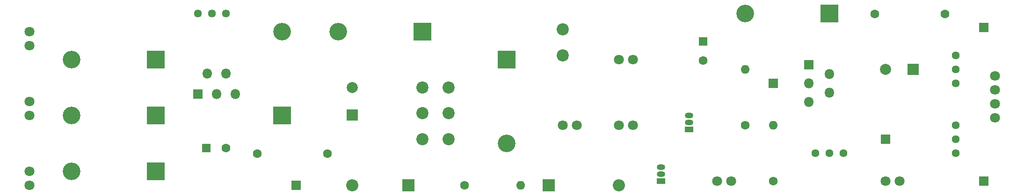
<source format=gbr>
%TF.GenerationSoftware,KiCad,Pcbnew,7.0.10*%
%TF.CreationDate,2025-09-05T15:35:02+01:00*%
%TF.ProjectId,solarCharger,736f6c61-7243-4686-9172-6765722e6b69,rev?*%
%TF.SameCoordinates,Original*%
%TF.FileFunction,Soldermask,Top*%
%TF.FilePolarity,Negative*%
%FSLAX46Y46*%
G04 Gerber Fmt 4.6, Leading zero omitted, Abs format (unit mm)*
G04 Created by KiCad (PCBNEW 7.0.10) date 2025-09-05 15:35:02*
%MOMM*%
%LPD*%
G01*
G04 APERTURE LIST*
%ADD10R,3.200000X3.200000*%
%ADD11O,3.200000X3.200000*%
%ADD12C,1.600000*%
%ADD13C,1.800000*%
%ADD14R,1.600000X1.600000*%
%ADD15R,1.800000X1.800000*%
%ADD16O,1.800000X1.800000*%
%ADD17O,1.600000X1.600000*%
%ADD18R,1.700000X1.700000*%
%ADD19R,1.500000X1.050000*%
%ADD20O,1.500000X1.050000*%
%ADD21R,2.200000X2.200000*%
%ADD22O,2.200000X2.200000*%
%ADD23C,1.440000*%
%ADD24C,2.200000*%
%ADD25R,2.000000X2.000000*%
%ADD26C,2.000000*%
G04 APERTURE END LIST*
D10*
%TO.C,D4*%
X121920000Y-94740000D03*
D11*
X106680000Y-94740000D03*
%TD*%
D12*
%TO.C,L3*%
X203849500Y-91503500D03*
X216549500Y-91503500D03*
%TD*%
D13*
%TO.C,J8*%
X50800000Y-97280000D03*
X50800000Y-94740000D03*
%TD*%
D14*
%TO.C,C2*%
X172720000Y-96520000D03*
D12*
X172720000Y-100020000D03*
%TD*%
D13*
%TO.C,J14*%
X149860000Y-111760000D03*
X147320000Y-111760000D03*
%TD*%
D15*
%TO.C,U1*%
X81260000Y-106060000D03*
D16*
X82960000Y-102360000D03*
X84660000Y-106060000D03*
X86360000Y-102360000D03*
X88060000Y-106060000D03*
%TD*%
D12*
%TO.C,R1*%
X180340000Y-111760000D03*
D17*
X180340000Y-101600000D03*
%TD*%
D14*
%TO.C,C5*%
X82860000Y-115880000D03*
D12*
X86360000Y-115880000D03*
%TD*%
D10*
%TO.C,D8*%
X73660000Y-109980000D03*
D11*
X58420000Y-109980000D03*
%TD*%
D10*
%TO.C,D3*%
X137160000Y-99820000D03*
D11*
X137160000Y-115060000D03*
%TD*%
D10*
%TO.C,D9*%
X73660000Y-99820000D03*
D11*
X58420000Y-99820000D03*
%TD*%
D18*
%TO.C,J13*%
X223520000Y-93980000D03*
%TD*%
D19*
%TO.C,Q2*%
X165100000Y-121920000D03*
D20*
X165100000Y-120650000D03*
X165100000Y-119380000D03*
%TD*%
D12*
%TO.C,R2*%
X129540000Y-122680000D03*
D17*
X139700000Y-122680000D03*
%TD*%
D10*
%TO.C,D5*%
X96520000Y-109980000D03*
D11*
X96520000Y-94740000D03*
%TD*%
D13*
%TO.C,U3*%
X225552000Y-102757500D03*
X225552000Y-105297500D03*
X225552000Y-107837500D03*
X225552000Y-110377500D03*
%TD*%
D21*
%TO.C,D11*%
X144780000Y-122680000D03*
D22*
X157480000Y-122680000D03*
%TD*%
D10*
%TO.C,D7*%
X73660000Y-120140000D03*
D11*
X58420000Y-120140000D03*
%TD*%
D23*
%TO.C,RV5*%
X86360000Y-91440000D03*
X83820000Y-91440000D03*
X81280000Y-91440000D03*
%TD*%
D21*
%TO.C,D1*%
X119380000Y-122680000D03*
D22*
X109220000Y-122680000D03*
%TD*%
D23*
%TO.C,RV1*%
X198120000Y-116840000D03*
X195580000Y-116840000D03*
X193040000Y-116840000D03*
%TD*%
D13*
%TO.C,J5*%
X208280000Y-121920000D03*
X205740000Y-121920000D03*
%TD*%
D23*
%TO.C,RV2*%
X218440000Y-116840000D03*
X218440000Y-114300000D03*
X218440000Y-111760000D03*
%TD*%
%TO.C,RV6*%
X218440000Y-104140000D03*
X218440000Y-101600000D03*
X218440000Y-99060000D03*
%TD*%
D13*
%TO.C,J3*%
X160020000Y-111760000D03*
X157480000Y-111760000D03*
%TD*%
D12*
%TO.C,L1*%
X92089500Y-116903500D03*
X104789500Y-116903500D03*
%TD*%
D18*
%TO.C,J12*%
X223520000Y-121920000D03*
%TD*%
D13*
%TO.C,J6*%
X50800000Y-122680000D03*
X50800000Y-120140000D03*
%TD*%
D12*
%TO.C,R4*%
X185420000Y-121920000D03*
D17*
X185420000Y-111760000D03*
%TD*%
D19*
%TO.C,Q1*%
X170180000Y-112520000D03*
D20*
X170180000Y-111250000D03*
X170180000Y-109980000D03*
%TD*%
D24*
%TO.C,SW2*%
X121920000Y-104900000D03*
X121920000Y-109600000D03*
X121920000Y-114300000D03*
X126720000Y-104900000D03*
X126720000Y-109600000D03*
X126720000Y-114300000D03*
%TD*%
D25*
%TO.C,C1*%
X109220000Y-109900000D03*
D26*
X109220000Y-104900000D03*
%TD*%
D15*
%TO.C,U2*%
X191880000Y-100740000D03*
D16*
X195580000Y-102440000D03*
X191880000Y-104140000D03*
X195580000Y-105840000D03*
X191880000Y-107540000D03*
%TD*%
D25*
%TO.C,C3*%
X210740000Y-101600000D03*
D26*
X205740000Y-101600000D03*
%TD*%
D18*
%TO.C,J4*%
X99060000Y-122680000D03*
%TD*%
D13*
%TO.C,J1*%
X157480000Y-99820000D03*
X160020000Y-99820000D03*
%TD*%
D18*
%TO.C,J9*%
X185420000Y-104140000D03*
%TD*%
D24*
%TO.C,SW1*%
X147320000Y-94360000D03*
X147320000Y-99060000D03*
%TD*%
D10*
%TO.C,D6*%
X195580000Y-91440000D03*
D11*
X180340000Y-91440000D03*
%TD*%
D18*
%TO.C,J10*%
X205740000Y-114300000D03*
%TD*%
D13*
%TO.C,J7*%
X50800000Y-109980000D03*
X50800000Y-107440000D03*
%TD*%
%TO.C,J2*%
X177800000Y-121920000D03*
X175260000Y-121920000D03*
%TD*%
M02*

</source>
